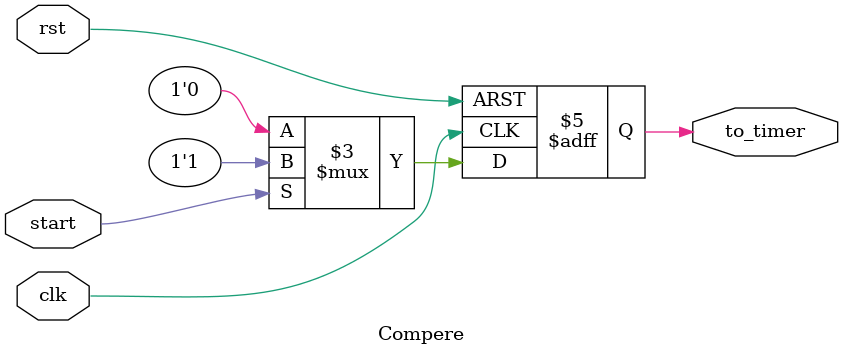
<source format=v>
module Compere(input clk,rst,start,output reg to_timer);
always @(posedge clk,posedge rst) begin
    if(rst)
    begin
    to_timer<=1'b0;
    end
else begin
    if(start) 
    begin
        to_timer<=1'b1;
    end    
    else 
        to_timer<=1'b0;
end
end     
endmodule
</source>
